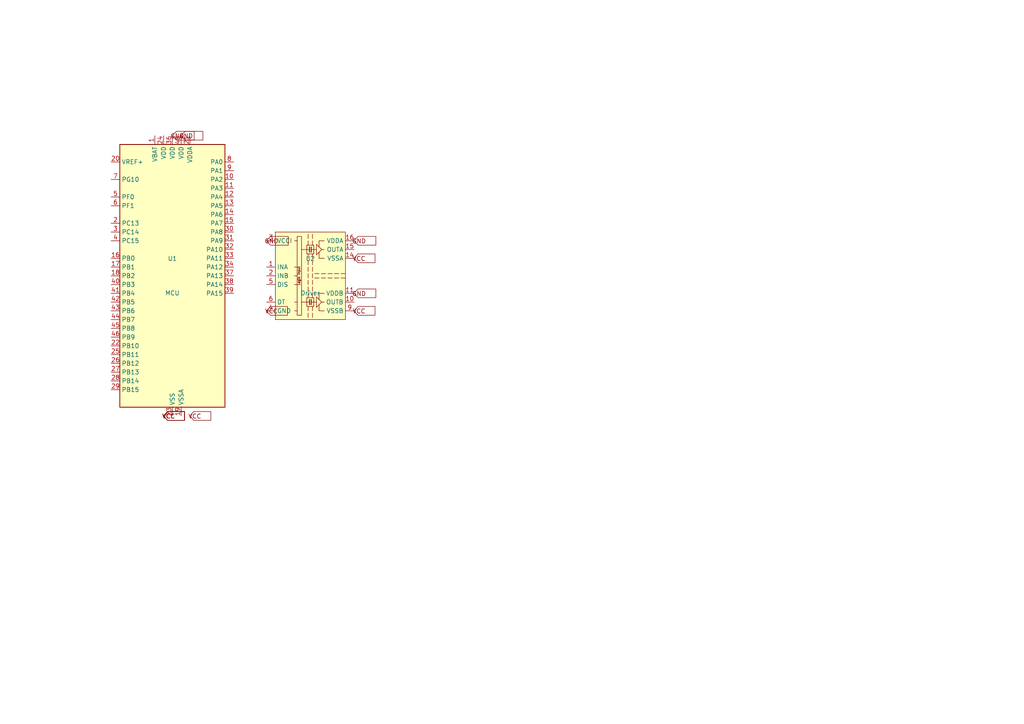
<source format=kicad_sch>
(kicad_sch (version 20231120) (generator "nexus_ee_design")
  (paper "A4")
  (lib_symbols
    (symbol "STM32G431CBTxZ"
      (property "Reference" "U" (at -15.24 39.37 0))
      (property "Value" "STM32G431CBTxZ" (at 7.62 39.37 0))
      (symbol "STM32G431CBTxZ_0_1"
        (rectangle (start -15.24 -38.1) (end 15.24 38.1) (stroke (width 0.254)) (fill (type background)))
      )
      (symbol "STM32G431CBTxZ_1_1"
        (pin input line (at -17.78 33.02 0) (length 2.54) (name "VREF+") (number "20"))
        (pin bidirectional line (at -17.78 27.94 0) (length 2.54) (name "PG10") (number "7"))
        (pin bidirectional line (at -17.78 22.86 0) (length 2.54) (name "PF0") (number "5"))
        (pin bidirectional line (at -17.78 20.32 0) (length 2.54) (name "PF1") (number "6"))
        (pin bidirectional line (at -17.78 15.24 0) (length 2.54) (name "PC13") (number "2"))
        (pin bidirectional line (at -17.78 12.7 0) (length 2.54) (name "PC14") (number "3"))
        (pin bidirectional line (at -17.78 10.16 0) (length 2.54) (name "PC15") (number "4"))
        (pin bidirectional line (at -17.78 5.08 0) (length 2.54) (name "PB0") (number "16"))
        (pin bidirectional line (at -17.78 2.54 0) (length 2.54) (name "PB1") (number "17"))
        (pin bidirectional line (at -17.78 0 0) (length 2.54) (name "PB2") (number "18"))
        (pin bidirectional line (at -17.78 -2.54 0) (length 2.54) (name "PB3") (number "40"))
        (pin bidirectional line (at -17.78 -5.08 0) (length 2.54) (name "PB4") (number "41"))
        (pin bidirectional line (at -17.78 -7.62 0) (length 2.54) (name "PB5") (number "42"))
        (pin bidirectional line (at -17.78 -10.16 0) (length 2.54) (name "PB6") (number "43"))
        (pin bidirectional line (at -17.78 -12.7 0) (length 2.54) (name "PB7") (number "44"))
        (pin bidirectional line (at -17.78 -15.24 0) (length 2.54) (name "PB8") (number "45"))
        (pin bidirectional line (at -17.78 -17.78 0) (length 2.54) (name "PB9") (number "46"))
        (pin bidirectional line (at -17.78 -20.32 0) (length 2.54) (name "PB10") (number "22"))
        (pin bidirectional line (at -17.78 -22.86 0) (length 2.54) (name "PB11") (number "25"))
        (pin bidirectional line (at -17.78 -25.4 0) (length 2.54) (name "PB12") (number "26"))
        (pin bidirectional line (at -17.78 -27.94 0) (length 2.54) (name "PB13") (number "27"))
        (pin bidirectional line (at -17.78 -30.48 0) (length 2.54) (name "PB14") (number "28"))
        (pin bidirectional line (at -17.78 -33.02 0) (length 2.54) (name "PB15") (number "29"))
        (pin power_in line (at -5.08 40.64 270) (length 2.54) (name "VBAT") (number "1"))
        (pin power_in line (at -2.54 40.64 270) (length 2.54) (name "VDD") (number "24"))
        (pin power_in line (at 0 40.64 270) (length 2.54) (name "VDD") (number "36"))
        (pin power_in line (at 0 -40.64 90) (length 2.54) (name "VSS") (number "23"))
        (pin passive line (at 0 -40.64 90) (length 2.54) (hide yes) (name "VSS") (number "35"))
        (pin passive line (at 0 -40.64 90) (length 2.54) (hide yes) (name "VSS") (number "47"))
        (pin power_in line (at 2.54 40.64 270) (length 2.54) (name "VDD") (number "48"))
        (pin power_in line (at 2.54 -40.64 90) (length 2.54) (name "VSSA") (number "19"))
        (pin power_in line (at 5.08 40.64 270) (length 2.54) (name "VDDA") (number "21"))
        (pin bidirectional line (at 17.78 33.02 180) (length 2.54) (name "PA0") (number "8"))
        (pin bidirectional line (at 17.78 30.48 180) (length 2.54) (name "PA1") (number "9"))
        (pin bidirectional line (at 17.78 27.94 180) (length 2.54) (name "PA2") (number "10"))
        (pin bidirectional line (at 17.78 25.4 180) (length 2.54) (name "PA3") (number "11"))
        (pin bidirectional line (at 17.78 22.86 180) (length 2.54) (name "PA4") (number "12"))
        (pin bidirectional line (at 17.78 20.32 180) (length 2.54) (name "PA5") (number "13"))
        (pin bidirectional line (at 17.78 17.78 180) (length 2.54) (name "PA6") (number "14"))
        (pin bidirectional line (at 17.78 15.24 180) (length 2.54) (name "PA7") (number "15"))
        (pin bidirectional line (at 17.78 12.7 180) (length 2.54) (name "PA8") (number "30"))
        (pin bidirectional line (at 17.78 10.16 180) (length 2.54) (name "PA9") (number "31"))
        (pin bidirectional line (at 17.78 7.62 180) (length 2.54) (name "PA10") (number "32"))
        (pin bidirectional line (at 17.78 5.08 180) (length 2.54) (name "PA11") (number "33"))
        (pin bidirectional line (at 17.78 2.54 180) (length 2.54) (name "PA12") (number "34"))
        (pin bidirectional line (at 17.78 0 180) (length 2.54) (name "PA13") (number "37"))
        (pin bidirectional line (at 17.78 -2.54 180) (length 2.54) (name "PA14") (number "38"))
        (pin bidirectional line (at 17.78 -5.08 180) (length 2.54) (name "PA15") (number "39"))
      )
    )
    (symbol "UCC21520DW"
      (property "Reference" "U" (at 0 16.51 0))
      (property "Value" "UCC21520DW" (at 0 13.97 0))
      (symbol "UCC21520DW_0_0"
        (polyline (pts (xy -0.635 12.065) (xy -0.635 10.795)))
        (polyline (pts (xy -0.635 10.16) (xy -0.635 8.89)))
        (polyline (pts (xy -0.635 6.35) (xy -0.635 5.08)))
        (polyline (pts (xy -0.254 8.382) (xy -0.254 6.858)) (stroke (width 0.254)))
        (polyline (pts (xy -0.254 7.62) (xy -2.54 7.62)))
        (polyline (pts (xy -0.254 -6.858) (xy -0.254 -8.382)) (stroke (width 0.254)))
        (polyline (pts (xy -0.254 -7.62) (xy -2.54 -7.62)))
        (polyline (pts (xy 0.254 8.382) (xy 0.254 6.858)) (stroke (width 0.254)))
        (polyline (pts (xy 0.254 7.62) (xy 1.778 7.62)))
        (polyline (pts (xy 0.254 -6.858) (xy 0.254 -8.382)) (stroke (width 0.254)))
        (polyline (pts (xy 0.254 -7.62) (xy 1.778 -7.62)))
        (polyline (pts (xy 0.635 10.795) (xy 0.635 12.065)))
        (polyline (pts (xy 0.635 8.89) (xy 0.635 10.16)))
        (polyline (pts (xy 0.635 6.35) (xy 0.635 5.08)))
        (rectangle (start 1.016 8.89) (end -1.016 6.35))
        (rectangle (start 1.016 -6.35) (end -1.016 -8.89))
        (polyline (pts (xy 2.54 0.635) (xy 1.27 0.635)))
        (polyline (pts (xy 2.54 -0.635) (xy 1.27 -0.635)))
        (polyline (pts (xy 3.302 7.62) (xy 1.778 6.096) (xy 1.778 9.144) (xy 3.302 7.62)))
        (polyline (pts (xy 3.302 -7.62) (xy 1.778 -9.144) (xy 1.778 -6.096) (xy 3.302 -7.62)))
        (polyline (pts (xy 4.064 10.16) (xy 2.54 10.16) (xy 2.54 8.382)))
        (polyline (pts (xy 4.064 7.62) (xy 3.302 7.62)))
        (polyline (pts (xy 4.064 5.08) (xy 2.54 5.08) (xy 2.54 6.858)))
        (polyline (pts (xy 4.064 -5.08) (xy 2.54 -5.08) (xy 2.54 -6.858)))
        (polyline (pts (xy 4.064 -7.62) (xy 3.302 -7.62)))
        (polyline (pts (xy 4.064 -10.16) (xy 2.54 -10.16) (xy 2.54 -8.382)))
        (polyline (pts (xy 4.445 0.635) (xy 3.175 0.635)))
        (polyline (pts (xy 4.445 -0.635) (xy 3.175 -0.635)))
        (polyline (pts (xy 6.35 0.635) (xy 5.08 0.635)))
        (polyline (pts (xy 6.35 -0.635) (xy 5.08 -0.635)))
        (polyline (pts (xy 8.255 0.635) (xy 6.985 0.635)))
        (polyline (pts (xy 8.255 -0.635) (xy 6.985 -0.635)))
        (polyline (pts (xy 10.16 0.635) (xy 8.89 0.635)))
        (polyline (pts (xy 10.16 -0.635) (xy 8.89 -0.635)))
        (text "Logic Input" (at -3.302 0 900) (effects (font (size 0.635 0.635))))
      )
      (symbol "UCC21520DW_0_1"
        (rectangle (start -3.81 11.43) (end -2.54 -11.43))
        (polyline (pts (xy -3.81 10.16) (xy -4.572 10.16)))
        (polyline (pts (xy -3.81 2.54) (xy -4.572 2.54)))
        (polyline (pts (xy -3.81 0) (xy -4.572 0)))
        (polyline (pts (xy -3.81 -2.54) (xy -4.572 -2.54)))
        (polyline (pts (xy -3.81 -7.62) (xy -4.572 -7.62)))
        (polyline (pts (xy -3.81 -10.16) (xy -4.572 -10.16)))
        (polyline (pts (xy -0.635 4.445) (xy -0.635 3.175)))
        (polyline (pts (xy -0.635 2.54) (xy -0.635 1.27)))
        (polyline (pts (xy -0.635 0.635) (xy -0.635 -0.635)))
        (polyline (pts (xy -0.635 -1.27) (xy -0.635 -2.54)))
        (polyline (pts (xy -0.635 -3.175) (xy -0.635 -4.445)))
        (polyline (pts (xy -0.635 -5.08) (xy -0.635 -6.35)))
        (polyline (pts (xy -0.635 -8.89) (xy -0.635 -10.16)))
        (polyline (pts (xy -0.635 -10.795) (xy -0.635 -12.065)))
        (polyline (pts (xy 0.635 4.445) (xy 0.635 3.175)))
        (polyline (pts (xy 0.635 2.54) (xy 0.635 1.27)))
        (polyline (pts (xy 0.635 0.635) (xy 0.635 -0.635)))
        (polyline (pts (xy 0.635 -1.27) (xy 0.635 -2.54)))
        (polyline (pts (xy 0.635 -3.175) (xy 0.635 -4.445)))
        (polyline (pts (xy 0.635 -5.08) (xy 0.635 -6.35)))
        (polyline (pts (xy 0.635 -8.89) (xy 0.635 -10.16)))
        (polyline (pts (xy 0.635 -10.795) (xy 0.635 -12.065)))
        (rectangle (start 10.16 12.7) (end -10.16 -12.7) (fill (type background)))
      )
      (symbol "UCC21520DW_1_1"
        (pin power_in line (at -12.7 10.16 0) (length 2.54) (name "VCCI") (number "3"))
        (pin passive line (at -12.7 10.16 0) (length 2.54) (hide yes) (name "VCCI") (number "8"))
        (pin input line (at -12.7 2.54 0) (length 2.54) (name "INA") (number "1"))
        (pin input line (at -12.7 0 0) (length 2.54) (name "INB") (number "2"))
        (pin input line (at -12.7 -2.54 0) (length 2.54) (name "DIS") (number "5"))
        (pin passive line (at -12.7 -7.62 0) (length 2.54) (name "DT") (number "6"))
        (pin power_in line (at -12.7 -10.16 0) (length 2.54) (name "GND") (number "4"))
        (pin no_connect line (at -10.16 -5.08 0) (length 2.54) (hide yes) (name "NC") (number "7"))
        (pin no_connect line (at 10.16 2.54 180) (length 2.54) (hide yes) (name "NC") (number "13"))
        (pin no_connect line (at 10.16 -2.54 180) (length 2.54) (hide yes) (name "NC") (number "12"))
        (pin power_in line (at 12.7 10.16 180) (length 2.54) (name "VDDA") (number "16"))
        (pin output line (at 12.7 7.62 180) (length 2.54) (name "OUTA") (number "15"))
        (pin power_in line (at 12.7 5.08 180) (length 2.54) (name "VSSA") (number "14"))
        (pin power_in line (at 12.7 -5.08 180) (length 2.54) (name "VDDB") (number "11"))
        (pin output line (at 12.7 -7.62 180) (length 2.54) (name "OUTB") (number "10"))
        (pin power_in line (at 12.7 -10.16 180) (length 2.54) (name "VSSB") (number "9"))
      )
    )
  )
  (symbol (lib_id "STM32G431CBTxZ") (at 50.0 80.0 0) (unit 1)
    (property "Reference" "U1" (at 50.0 75.0 0))
    (property "Value" "MCU" (at 50.0 85.0 0))
  )
  (symbol (lib_id "UCC21520DW") (at 90.0 80.0 0) (unit 1)
    (property "Reference" "U2" (at 90.0 75.0 0))
    (property "Value" "Driver" (at 90.0 85.0 0))
  )
  (global_label "VCC" (shape input) (at 47.46 120.64 0))
  (global_label "VCC" (shape input) (at 47.46 120.64 0))
  (global_label "GND" (shape input) (at 50.0 39.36 0))
  (global_label "VCC" (shape input) (at 47.46 120.64 0))
  (global_label "GND" (shape input) (at 52.54 39.36 0))
  (global_label "VCC" (shape input) (at 55.08 120.64 0))
  (global_label "VCC" (shape input) (at 77.3 90.16 0))
  (global_label "GND" (shape input) (at 77.3 69.84 0))
  (global_label "VCC" (shape input) (at 102.7 90.16 0))
  (global_label "GND" (shape input) (at 102.7 85.08 0))
  (global_label "VCC" (shape input) (at 102.7 74.92 0))
  (global_label "GND" (shape input) (at 102.7 69.84 0))
)
</source>
